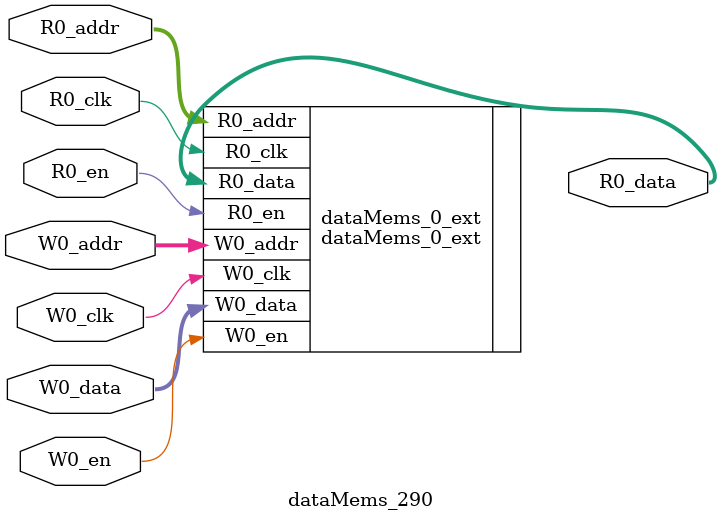
<source format=sv>
`ifndef RANDOMIZE
  `ifdef RANDOMIZE_REG_INIT
    `define RANDOMIZE
  `endif // RANDOMIZE_REG_INIT
`endif // not def RANDOMIZE
`ifndef RANDOMIZE
  `ifdef RANDOMIZE_MEM_INIT
    `define RANDOMIZE
  `endif // RANDOMIZE_MEM_INIT
`endif // not def RANDOMIZE

`ifndef RANDOM
  `define RANDOM $random
`endif // not def RANDOM

// Users can define 'PRINTF_COND' to add an extra gate to prints.
`ifndef PRINTF_COND_
  `ifdef PRINTF_COND
    `define PRINTF_COND_ (`PRINTF_COND)
  `else  // PRINTF_COND
    `define PRINTF_COND_ 1
  `endif // PRINTF_COND
`endif // not def PRINTF_COND_

// Users can define 'ASSERT_VERBOSE_COND' to add an extra gate to assert error printing.
`ifndef ASSERT_VERBOSE_COND_
  `ifdef ASSERT_VERBOSE_COND
    `define ASSERT_VERBOSE_COND_ (`ASSERT_VERBOSE_COND)
  `else  // ASSERT_VERBOSE_COND
    `define ASSERT_VERBOSE_COND_ 1
  `endif // ASSERT_VERBOSE_COND
`endif // not def ASSERT_VERBOSE_COND_

// Users can define 'STOP_COND' to add an extra gate to stop conditions.
`ifndef STOP_COND_
  `ifdef STOP_COND
    `define STOP_COND_ (`STOP_COND)
  `else  // STOP_COND
    `define STOP_COND_ 1
  `endif // STOP_COND
`endif // not def STOP_COND_

// Users can define INIT_RANDOM as general code that gets injected into the
// initializer block for modules with registers.
`ifndef INIT_RANDOM
  `define INIT_RANDOM
`endif // not def INIT_RANDOM

// If using random initialization, you can also define RANDOMIZE_DELAY to
// customize the delay used, otherwise 0.002 is used.
`ifndef RANDOMIZE_DELAY
  `define RANDOMIZE_DELAY 0.002
`endif // not def RANDOMIZE_DELAY

// Define INIT_RANDOM_PROLOG_ for use in our modules below.
`ifndef INIT_RANDOM_PROLOG_
  `ifdef RANDOMIZE
    `ifdef VERILATOR
      `define INIT_RANDOM_PROLOG_ `INIT_RANDOM
    `else  // VERILATOR
      `define INIT_RANDOM_PROLOG_ `INIT_RANDOM #`RANDOMIZE_DELAY begin end
    `endif // VERILATOR
  `else  // RANDOMIZE
    `define INIT_RANDOM_PROLOG_
  `endif // RANDOMIZE
`endif // not def INIT_RANDOM_PROLOG_

// Include register initializers in init blocks unless synthesis is set
`ifndef SYNTHESIS
  `ifndef ENABLE_INITIAL_REG_
    `define ENABLE_INITIAL_REG_
  `endif // not def ENABLE_INITIAL_REG_
`endif // not def SYNTHESIS

// Include rmemory initializers in init blocks unless synthesis is set
`ifndef SYNTHESIS
  `ifndef ENABLE_INITIAL_MEM_
    `define ENABLE_INITIAL_MEM_
  `endif // not def ENABLE_INITIAL_MEM_
`endif // not def SYNTHESIS

module dataMems_290(	// @[generators/ara/src/main/scala/UnsafeAXI4ToTL.scala:365:62]
  input  [4:0]  R0_addr,
  input         R0_en,
  input         R0_clk,
  output [66:0] R0_data,
  input  [4:0]  W0_addr,
  input         W0_en,
  input         W0_clk,
  input  [66:0] W0_data
);

  dataMems_0_ext dataMems_0_ext (	// @[generators/ara/src/main/scala/UnsafeAXI4ToTL.scala:365:62]
    .R0_addr (R0_addr),
    .R0_en   (R0_en),
    .R0_clk  (R0_clk),
    .R0_data (R0_data),
    .W0_addr (W0_addr),
    .W0_en   (W0_en),
    .W0_clk  (W0_clk),
    .W0_data (W0_data)
  );
endmodule


</source>
